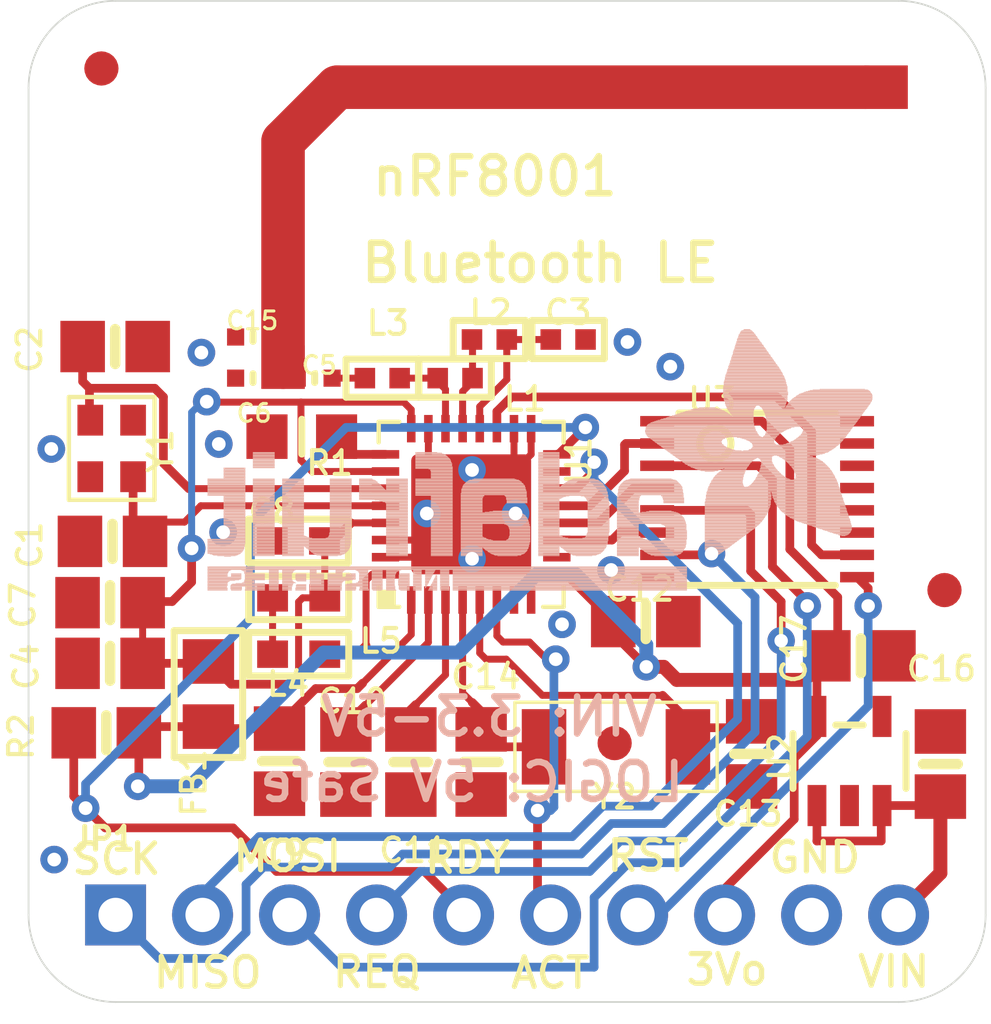
<source format=kicad_pcb>
(kicad_pcb (version 20211014) (generator pcbnew)
  (layers (0 "F.Cu" signal) (31 "B.Cu" signal) (34 "B.Paste" user) (35 "F.Paste" user) (36 "B.SilkS" user "B.Silkscreen") (37 "F.SilkS" user "F.Silkscreen") (38 "B.Mask" user) (39 "F.Mask" user) (44 "Edge.Cuts" user))
  (net 0 "")
  (net 1 "GND")
  (net 2 "MISO")
  (net 3 "VDD")
  (net 4 "AVDD")
  (net 5 "N$4")
  (net 6 "N$7")
  (net 7 "N$8")
  (net 8 "N$9")
  (net 9 "N$10")
  (net 10 "N$22")
  (net 11 "N$23")
  (net 12 "N$11")
  (net 13 "N$12")
  (net 14 "RESET")
  (net 15 "REQN")
  (net 16 "ACTIVE")
  (net 17 "N$5")
  (net 18 "VIN")
  (net 19 "MOSI_5V")
  (net 20 "SCK_5V")
  (net 21 "RDYN")
  (net 22 "RESET_5V")
  (net 23 "N$2")
  (net 24 "N$3")
  (net 25 "N$6")
  (net 26 "N$13")
  (net 27 "REQN_5V")
  (net 28 "MOSI")
  (net 29 "SCK")
  (footprint "boardEagle:0805-NO" (layer "F.Cu") (at 137.0605 100.485)
    (fp_text reference "C2" (at -2.5023 -0.672 90) (layer "F.SilkS") (effects (font (size 0.692831 0.692831) (thickness 0.119969)) (justify right)))
    (fp_text value "15pF")
    (pad "1" smd rect (at -0.95 0) (size 1.3 1.5) (layers "F.Cu" "F.Paste" "F.Mask") (net 9 "N$10"))
    (pad "2" smd rect (at 0.95 0) (size 1.3 1.5) (layers "F.Cu" "F.Paste" "F.Mask") (net 1 "GND"))
  )
  (footprint "boardEagle:0805-NO" (layer "F.Cu") (at 155.6393 112.3702 90)
    (fp_text reference "C13" (at -1.7487 0.9794) (layer "F.SilkS") (effects (font (size 0.692831 0.692831) (thickness 0.119969)) (justify right)))
    (fp_text value "15pF")
    (pad "1" smd rect (at -0.95 0 90) (size 1.3 1.5) (layers "F.Cu" "F.Paste" "F.Mask") (net 1 "GND"))
    (pad "2" smd rect (at 0.95 0 90) (size 1.3 1.5) (layers "F.Cu" "F.Paste" "F.Mask") (net 11 "N$23"))
  )
  (footprint "boardEagle:0805-NO" (layer "F.Cu") (at 152.5507 108.5102)
    (fp_text reference "C12" (at -1.27 -0.9525) (layer "F.SilkS") (effects (font (size 0.692831 0.692831) (thickness 0.119969)) (justify left)))
    (fp_text value "0.1µF")
    (pad "1" smd rect (at -0.95 0) (size 1.3 1.5) (layers "F.Cu" "F.Paste" "F.Mask") (net 3 "VDD"))
    (pad "2" smd rect (at 0.95 0) (size 1.3 1.5) (layers "F.Cu" "F.Paste" "F.Mask") (net 1 "GND"))
  )
  (footprint "" (layer "F.Cu") (at 137.0711 96.7486)
    (fp_text reference "@HOLE0" hide)
    (fp_text value "" (at 0 0) (layer "F.SilkS") (effects (font (size 1.27 1.27))))
    (pad "" np_thru_hole circle (at 0 0) (size 3.2 3.2) (drill 3.2) (layers *.Cu *.Mask))
  )
  (footprint "boardEagle:_0603" (layer "F.Cu") (at 142.4081 106.1568 180)
    (fp_text reference "C8" (at 1.528 0.8629) (layer "F.SilkS") (effects (font (size 0.692831 0.692831) (thickness 0.119969)) (justify left)))
    (fp_text value "1nF")
    (pad "1" smd rect (at -0.762 0 180) (size 0.9 0.8) (layers "F.Cu" "F.Paste" "F.Mask") (net 4 "AVDD"))
    (pad "2" smd rect (at 0.762 0 180) (size 0.9 0.8) (layers "F.Cu" "F.Paste" "F.Mask") (net 1 "GND"))
  )
  (footprint "" (layer "F.Cu") (at 159.9311 96.7486)
    (fp_text reference "@HOLE1" hide)
    (fp_text value "" (at 0 0) (layer "F.SilkS") (effects (font (size 1.27 1.27))))
    (pad "" np_thru_hole circle (at 0 0) (size 3.2 3.2) (drill 3.2) (layers *.Cu *.Mask))
  )
  (footprint "boardEagle:0805-NO" (layer "F.Cu") (at 136.9121 107.9574 180)
    (fp_text reference "C7" (at 2.5487 0.6808 90) (layer "F.SilkS") (effects (font (size 0.692831 0.692831) (thickness 0.119969)) (justify right)))
    (fp_text value "1µF")
    (pad "1" smd rect (at -0.95 0 180) (size 1.3 1.5) (layers "F.Cu" "F.Paste" "F.Mask") (net 4 "AVDD"))
    (pad "2" smd rect (at 0.95 0 180) (size 1.3 1.5) (layers "F.Cu" "F.Paste" "F.Mask") (net 1 "GND"))
  )
  (footprint "boardEagle:_0603" (layer "F.Cu") (at 142.4173 109.4606 180)
    (fp_text reference "L4" (at -0.38 -0.8725) (layer "F.SilkS") (effects (font (size 0.692831 0.692831) (thickness 0.119969)) (justify right)))
    (fp_text value "10µH")
    (pad "1" smd rect (at -0.762 0 180) (size 0.9 0.8) (layers "F.Cu" "F.Paste" "F.Mask") (net 12 "N$11"))
    (pad "2" smd rect (at 0.762 0 180) (size 0.9 0.8) (layers "F.Cu" "F.Paste" "F.Mask") (net 17 "N$5"))
  )
  (footprint "boardEagle:1X10_ROUND70" (layer "F.Cu") (at 148.5011 117.0686)
    (fp_text reference "JP1" (at -12.7762 -1.8288) (layer "F.SilkS") (effects (font (size 0.666496 0.666496) (thickness 0.146304)) (justify left bottom)))
    (fp_text value "")
    (pad "1" thru_hole rect (at -11.43 0 90) (size 1.778 1.778) (drill 1) (layers *.Cu *.Mask) (net 20 "SCK_5V"))
    (pad "2" thru_hole circle (at -8.89 0 90) (size 1.778 1.778) (drill 1) (layers *.Cu *.Mask) (net 2 "MISO"))
    (pad "3" thru_hole circle (at -6.35 0 90) (size 1.778 1.778) (drill 1) (layers *.Cu *.Mask) (net 19 "MOSI_5V"))
    (pad "4" thru_hole circle (at -3.81 0 90) (size 1.778 1.778) (drill 1) (layers *.Cu *.Mask) (net 27 "REQN_5V"))
    (pad "5" thru_hole circle (at -1.27 0 90) (size 1.778 1.778) (drill 1) (layers *.Cu *.Mask) (net 21 "RDYN"))
    (pad "6" thru_hole circle (at 1.27 0 90) (size 1.778 1.778) (drill 1) (layers *.Cu *.Mask) (net 16 "ACTIVE"))
    (pad "7" thru_hole circle (at 3.81 0 90) (size 1.778 1.778) (drill 1) (layers *.Cu *.Mask) (net 22 "RESET_5V"))
    (pad "8" thru_hole circle (at 6.35 0 90) (size 1.778 1.778) (drill 1) (layers *.Cu *.Mask) (net 3 "VDD"))
    (pad "9" thru_hole circle (at 8.89 0 90) (size 1.778 1.778) (drill 1) (layers *.Cu *.Mask) (net 1 "GND"))
    (pad "10" thru_hole circle (at 11.43 0 90) (size 1.778 1.778) (drill 1) (layers *.Cu *.Mask) (net 18 "VIN"))
  )
  (footprint "boardEagle:SOT23-5" (layer "F.Cu") (at 158.4975 112.577)
    (fp_text reference "U2" (at -1.994 0.6512 90) (layer "F.SilkS") (effects (font (size 0.692831 0.692831) (thickness 0.119969)) (justify left)))
    (fp_text value "MIC5225-3.3v")
    (pad "1" smd rect (at -0.95 1.3001) (size 0.55 1.2) (layers "F.Cu" "F.Paste" "F.Mask") (net 18 "VIN"))
    (pad "2" smd rect (at 0 1.3001) (size 0.55 1.2) (layers "F.Cu" "F.Paste" "F.Mask") (net 1 "GND"))
    (pad "3" smd rect (at 0.95 1.3001) (size 0.55 1.2) (layers "F.Cu" "F.Paste" "F.Mask") (net 18 "VIN"))
    (pad "4" smd rect (at 0.95 -1.3001) (size 0.55 1.2) (layers "F.Cu" "F.Paste" "F.Mask"))
    (pad "5" smd rect (at -0.95 -1.3001) (size 0.55 1.2) (layers "F.Cu" "F.Paste" "F.Mask") (net 3 "VDD"))
  )
  (footprint "boardEagle:0805-NO" (layer "F.Cu") (at 136.9121 109.7274 180)
    (fp_text reference "C4" (at 2.4557 0.6638 90) (layer "F.SilkS") (effects (font (size 0.692831 0.692831) (thickness 0.119969)) (justify right)))
    (fp_text value "0.1µF")
    (pad "1" smd rect (at -0.95 0 180) (size 1.3 1.5) (layers "F.Cu" "F.Paste" "F.Mask") (net 4 "AVDD"))
    (pad "2" smd rect (at 0.95 0 180) (size 1.3 1.5) (layers "F.Cu" "F.Paste" "F.Mask") (net 1 "GND"))
  )
  (footprint "boardEagle:FIDUCIAL_1MM" (layer "F.Cu") (at 161.2701 107.5906 -90)
    (fp_text reference "FID2" hide)
    (fp_text value "FIDUCIAL\"\"" hide)
    (pad "1" smd roundrect (at 0 0 270) (size 1 1) (layers "F.Cu" "F.Mask") (roundrect_rratio 0.5))
  )
  (footprint "boardEagle:0805-NO" (layer "F.Cu") (at 161.1509 112.6662 90)
    (fp_text reference "C16" (at 2.7839 1.1143) (layer "F.SilkS") (effects (font (size 0.692831 0.692831) (thickness 0.119969)) (justify right)))
    (fp_text value "10µF")
    (pad "1" smd rect (at -0.95 0 90) (size 1.3 1.5) (layers "F.Cu" "F.Paste" "F.Mask") (net 18 "VIN"))
    (pad "2" smd rect (at 0.95 0 90) (size 1.3 1.5) (layers "F.Cu" "F.Paste" "F.Mask") (net 1 "GND"))
  )
  (footprint "boardEagle:FIDUCIAL_1MM" (layer "F.Cu") (at 136.6581 92.3716 -90)
    (fp_text reference "FID3" hide)
    (fp_text value "FIDUCIAL\"\"" hide)
    (pad "1" smd roundrect (at 0 0 270) (size 1 1) (layers "F.Cu" "F.Mask") (roundrect_rratio 0.5))
  )
  (footprint "boardEagle:FIDUCIAL_1MM" (layer "F.Cu") (at 151.6411 112.0558 -90)
    (fp_text reference "FID1" hide)
    (fp_text value "FIDUCIAL\"\"" hide)
    (pad "1" smd roundrect (at 0 0 270) (size 1 1) (layers "F.Cu" "F.Mask") (roundrect_rratio 0.5))
  )
  (footprint "boardEagle:0805-NO" (layer "F.Cu") (at 147.7439 112.6046 90)
    (fp_text reference "C14" (at 2.4863 1.2212) (layer "F.SilkS") (effects (font (size 0.692831 0.692831) (thickness 0.119969)) (justify right)))
    (fp_text value "15pF")
    (pad "1" smd rect (at -0.95 0 90) (size 1.3 1.5) (layers "F.Cu" "F.Paste" "F.Mask") (net 1 "GND"))
    (pad "2" smd rect (at 0.95 0 90) (size 1.3 1.5) (layers "F.Cu" "F.Paste" "F.Mask") (net 10 "N$22"))
  )
  (footprint "boardEagle:0805-NO" (layer "F.Cu") (at 136.8011 111.7546)
    (fp_text reference "R2" (at -2.4875 -0.646 90) (layer "F.SilkS") (effects (font (size 0.692831 0.692831) (thickness 0.119969)) (justify right)))
    (fp_text value "10K")
    (pad "1" smd rect (at -0.95 0) (size 1.3 1.5) (layers "F.Cu" "F.Paste" "F.Mask") (net 21 "RDYN"))
    (pad "2" smd rect (at 0.95 0) (size 1.3 1.5) (layers "F.Cu" "F.Paste" "F.Mask") (net 3 "VDD"))
  )
  (footprint "boardEagle:_0402" (layer "F.Cu") (at 147.9841 100.2796)
    (fp_text reference "L2" (at -0.6525 -0.7939) (layer "F.SilkS") (effects (font (size 0.692831 0.692831) (thickness 0.119969)) (justify left)))
    (fp_text value "5.6nH")
    (pad "1" smd rect (at -0.508 0) (size 0.6 0.6) (layers "F.Cu" "F.Paste" "F.Mask") (net 24 "N$3"))
    (pad "2" smd rect (at 0.508 0) (size 0.6 0.6) (layers "F.Cu" "F.Paste" "F.Mask") (net 5 "N$4"))
  )
  (footprint "boardEagle:CRYSTAL_4.9X1.8" (layer "F.Cu") (at 151.6801 112.1642 180)
    (fp_text reference "Y2" (at -0.674 -1.454) (layer "F.SilkS") (effects (font (size 0.692831 0.692831) (thickness 0.119969)) (justify right)))
    (fp_text value "FC-255 32.7680K-A3")
    (pad "1" smd rect (at -2.1 0 180) (size 1.3 2.2) (layers "F.Cu" "F.Paste" "F.Mask") (net 11 "N$23"))
    (pad "2" smd rect (at 2.1 0 180) (size 1.3 2.2) (layers "F.Cu" "F.Paste" "F.Mask") (net 10 "N$22"))
  )
  (footprint "boardEagle:_0603" (layer "F.Cu") (at 142.4173 107.8176)
    (fp_text reference "L5" (at 1.71 1.2575) (layer "F.SilkS") (effects (font (size 0.692831 0.692831) (thickness 0.119969)) (justify left)))
    (fp_text value "15nH")
    (pad "1" smd rect (at -0.762 0) (size 0.9 0.8) (layers "F.Cu" "F.Paste" "F.Mask") (net 17 "N$5"))
    (pad "2" smd rect (at 0.762 0) (size 0.9 0.8) (layers "F.Cu" "F.Paste" "F.Mask") (net 4 "AVDD"))
  )
  (footprint "boardEagle:_0402" (layer "F.Cu") (at 144.8571 101.4066 180)
    (fp_text reference "L3" (at -0.8525 1.6061) (layer "F.SilkS") (effects (font (size 0.692831 0.692831) (thickness 0.119969)) (justify right)))
    (fp_text value "3.9nH")
    (pad "1" smd rect (at -0.508 0 180) (size 0.6 0.6) (layers "F.Cu" "F.Paste" "F.Mask") (net 23 "N$2"))
    (pad "2" smd rect (at 0.508 0 180) (size 0.6 0.6) (layers "F.Cu" "F.Paste" "F.Mask") (net 25 "N$6"))
  )
  (footprint "boardEagle:0805" (layer "F.Cu") (at 139.7819 110.6236 90)
    (fp_text reference "FB1" (at -1.542 -0.4291 90) (layer "F.SilkS") (effects (font (size 0.692831 0.692831) (thickness 0.119969)) (justify right)))
    (fp_text value "MMZ1608B121C")
    (pad "1" smd rect (at -0.95 0 90) (size 1.3 1.5) (layers "F.Cu" "F.Paste" "F.Mask") (net 3 "VDD"))
    (pad "2" smd rect (at 0.95 0 90) (size 1.3 1.5) (layers "F.Cu" "F.Paste" "F.Mask") (net 4 "AVDD"))
  )
  (footprint "boardEagle:0805-NO" (layer "F.Cu") (at 136.9821 106.169 180)
    (fp_text reference "C1" (at 2.4181 0.6494 90) (layer "F.SilkS") (effects (font (size 0.692831 0.692831) (thickness 0.119969)) (justify right)))
    (fp_text value "15pF")
    (pad "1" smd rect (at -0.95 0 180) (size 1.3 1.5) (layers "F.Cu" "F.Paste" "F.Mask") (net 8 "N$9"))
    (pad "2" smd rect (at 0.95 0 180) (size 1.3 1.5) (layers "F.Cu" "F.Paste" "F.Mask") (net 1 "GND"))
  )
  (footprint "boardEagle:TSSOP16" (layer "F.Cu") (at 155.8005 104.9384 -90)
    (fp_text reference "U3" (at -2.8956 2.0828) (layer "F.SilkS") (effects (font (size 0.692831 0.692831) (thickness 0.119969)) (justify left)))
    (fp_text value "74HC4050D")
    (pad "1" smd rect (at -2.275 2.9178 270) (size 0.3048 0.9906) (layers "F.Cu" "F.Paste" "F.Mask") (net 3 "VDD"))
    (pad "2" smd rect (at -1.625 2.9178 270) (size 0.3048 0.9906) (layers "F.Cu" "F.Paste" "F.Mask") (net 28 "MOSI"))
    (pad "3" smd rect (at -0.975 2.9178 270) (size 0.3048 0.9906) (layers "F.Cu" "F.Paste" "F.Mask") (net 19 "MOSI_5V"))
    (pad "4" smd rect (at -0.325 2.9178 270) (size 0.3048 0.9906) (layers "F.Cu" "F.Paste" "F.Mask") (net 15 "REQN"))
    (pad "5" smd rect (at 0.325 2.9178 270) (size 0.3048 0.9906) (layers "F.Cu" "F.Paste" "F.Mask") (net 27 "REQN_5V"))
    (pad "6" smd rect (at 0.975 2.9178 270) (size 0.3048 0.9906) (layers "F.Cu" "F.Paste" "F.Mask") (net 29 "SCK"))
    (pad "7" smd rect (at 1.625 2.9178 270) (size 0.3048 0.9906) (layers "F.Cu" "F.Paste" "F.Mask") (net 20 "SCK_5V"))
    (pad "8" smd rect (at 2.275 2.9178 270) (size 0.3048 0.9906) (layers "F.Cu" "F.Paste" "F.Mask") (net 1 "GND"))
    (pad "9" smd rect (at 2.275 -2.9178 270) (size 0.3048 0.9906) (layers "F.Cu" "F.Paste" "F.Mask") (net 22 "RESET_5V"))
    (pad "10" smd rect (at 1.625 -2.9178 270) (size 0.3048 0.9906) (layers "F.Cu" "F.Paste" "F.Mask") (net 14 "RESET"))
    (pad "11" smd rect (at 0.975 -2.9178 270) (size 0.3048 0.9906) (layers "F.Cu" "F.Paste" "F.Mask"))
    (pad "12" smd rect (at 0.325 -2.9178 270) (size 0.3048 0.9906) (layers "F.Cu" "F.Paste" "F.Mask"))
    (pad "13" smd rect (at -0.325 -2.9178 270) (size 0.3048 0.9906) (layers "F.Cu" "F.Paste" "F.Mask"))
    (pad "14" smd rect (at -0.975 -2.9178 270) (size 0.3048 0.9906) (layers "F.Cu" "F.Paste" "F.Mask"))
    (pad "15" smd rect (at -1.625 -2.9178 270) (size 0.3048 0.9906) (layers "F.Cu" "F.Paste" "F.Mask"))
    (pad "16" smd rect (at -2.275 -2.9178 270) (size 0.3048 0.9906) (layers "F.Cu" "F.Paste" "F.Mask"))
  )
  (footprint "boardEagle:_0402" (layer "F.Cu") (at 146.9841 101.4066 180)
    (fp_text reference "L1" (at -1.3475 -0.6061) (layer "F.SilkS") (effects (font (size 0.692831 0.692831) (thickness 0.119969)) (justify left)))
    (fp_text value "8.2nH")
    (pad "1" smd rect (at -0.508 0 180) (size 0.6 0.6) (layers "F.Cu" "F.Paste" "F.Mask") (net 24 "N$3"))
    (pad "2" smd rect (at 0.508 0 180) (size 0.6 0.6) (layers "F.Cu" "F.Paste" "F.Mask") (net 23 "N$2"))
  )
  (footprint "boardEagle:ANT_PCB_2.4GHZ_NRF8001_1.6MM_1OZ" (layer "F.Cu") (at 141.9608 101.0862 -90)
    (fp_text reference "U$28" hide)
    (fp_text value "" hide)
    (fp_line (start -8.1686 -17.0256) (end -8.1686 -1.5799) (layer "F.Cu") (width 1.27))
    (fp_line (start -8.1686 -1.5799) (end -6.5888 0) (layer "F.Cu") (width 1.27))
    (fp_line (start -6.5888 0) (end 0 0) (layer "F.Cu") (width 1.27))
    (pad "FEED" smd rect (at 0 0 270) (size 1.27 1.27) (layers "F.Cu") (net 26 "N$13"))
    (pad "TESTPOINT" smd rect (at -8.1686 -17.6047 270) (size 1.27 1.27) (layers "F.Cu" "F.Mask"))
  )
  (footprint "boardEagle:_0402MP" (layer "F.Cu") (at 142.8841 101.4066)
    (fp_text reference "C5" (at -0.435 -0.3763) (layer "F.SilkS") (effects (font (size 0.519623 0.519623) (thickness 0.089977)) (justify left)))
    (fp_text value "1.8pF")
    (pad "1" smd rect (at -0.508 0) (size 0.5 0.5) (layers "F.Cu" "F.Paste" "F.Mask") (net 26 "N$13"))
    (pad "2" smd rect (at 0.508 0) (size 0.5 0.5) (layers "F.Cu" "F.Paste" "F.Mask") (net 25 "N$6"))
  )
  (footprint "boardEagle:QFN32_5MM" (layer "F.Cu") (at 147.4531 105.3808 90)
    (fp_text reference "U1" (at 2.3384 3.14 90) (layer "F.SilkS") (effects (font (size 0.692831 0.692831) (thickness 0.119969)) (justify right)))
    (fp_text value "nRF8001")
    (pad "1" smd rect (at -2.5 -1.75 180) (size 0.25 0.8) (layers "F.Cu" "F.Paste") (net 3 "VDD"))
    (pad "2" smd rect (at -2.5 -1.25 180) (size 0.25 0.8) (layers "F.Cu" "F.Paste") (net 7 "N$8"))
    (pad "3" smd rect (at -2.5 -0.75 180) (size 0.25 0.8) (layers "F.Cu" "F.Paste") (net 6 "N$7"))
    (pad "4" smd rect (at -2.5 -0.25 180) (size 0.25 0.8) (layers "F.Cu" "F.Paste") (net 10 "N$22"))
    (pad "5" smd rect (at -2.5 0.25 180) (size 0.25 0.8) (layers "F.Cu" "F.Paste") (net 11 "N$23"))
    (pad "6" smd rect (at -2.5 0.75 180) (size 0.25 0.8) (layers "F.Cu" "F.Paste") (net 16 "ACTIVE"))
    (pad "7" smd rect (at -2.5 1.25 180) (size 0.25 0.8) (layers "F.Cu" "F.Paste"))
    (pad "8" smd rect (at -2.5 1.75 180) (size 0.25 0.8) (layers "F.Cu" "F.Paste") (net 1 "GND"))
    (pad "9" smd rect (at -1.75 2.5 270) (size 0.25 0.8) (layers "F.Cu" "F.Paste") (net 3 "VDD"))
    (pad "10" smd rect (at -1.25 2.5 270) (size 0.25 0.8) (layers "F.Cu" "F.Paste"))
    (pad "11" smd rect (at -0.75 2.5 270) (size 0.25 0.8) (layers "F.Cu" "F.Paste") (net 29 "SCK"))
    (pad "12" smd rect (at -0.25 2.5 270) (size 0.25 0.8) (layers "F.Cu" "F.Paste") (net 15 "REQN"))
    (pad "13" smd rect (at 0.25 2.5 270) (size 0.25 0.8) (layers "F.Cu" "F.Paste") (net 28 "MOSI"))
    (pad "14" smd rect (at 0.75 2.5 270) (size 0.25 0.8) (layers "F.Cu" "F.Paste") (net 2 "MISO"))
    (pad "15" smd rect (at 1.25 2.5 270) (size 0.25 0.8) (layers "F.Cu" "F.Paste"))
    (pad "16" smd rect (at 1.75 2.5 270) (size 0.25 0.8) (layers "F.Cu" "F.Paste") (net 21 "RDYN"))
    (pad "17" smd rect (at 2.5 1.75) (size 0.25 0.8) (layers "F.Cu" "F.Paste") (net 1 "GND"))
    (pad "18" smd rect (at 2.5 1.25) (size 0.25 0.8) (layers "F.Cu" "F.Paste") (net 1 "GND"))
    (pad "19" smd rect (at 2.5 0.75) (size 0.25 0.8) (layers "F.Cu" "F.Paste") (net 14 "RESET"))
    (pad "20" smd rect (at 2.5 0.25) (size 0.25 0.8) (layers "F.Cu" "F.Paste") (net 5 "N$4"))
    (pad "21" smd rect (at 2.5 -0.25) (size 0.25 0.8) (layers "F.Cu" "F.Paste") (net 24 "N$3"))
    (pad "22" smd rect (at 2.5 -0.75) (size 0.25 0.8) (layers "F.Cu" "F.Paste") (net 23 "N$2"))
    (pad "23" smd rect (at 2.5 -1.25) (size 0.25 0.8) (layers "F.Cu" "F.Paste") (net 1 "GND"))
    (pad "24" smd rect (at 2.5 -1.75) (size 0.25 0.8) (layers "F.Cu" "F.Paste") (net 4 "AVDD"))
    (pad "25" smd rect (at 1.75 -2.5 90) (size 0.25 0.8) (layers "F.Cu" "F.Paste") (net 13 "N$12"))
    (pad "26" smd rect (at 1.25 -2.5 90) (size 0.25 0.8) (layers "F.Cu" "F.Paste") (net 4 "AVDD"))
    (pad "27" smd rect (at 0.75 -2.5 90) (size 0.25 0.8) (layers "F.Cu" "F.Paste") (net 9 "N$10"))
    (pad "28" smd rect (at 0.25 -2.5 90) (size 0.25 0.8) (layers "F.Cu" "F.Paste") (net 8 "N$9"))
    (pad "29" smd rect (at -0.25 -2.5 90) (size 0.25 0.8) (layers "F.Cu" "F.Paste") (net 4 "AVDD"))
    (pad "30" smd rect (at -0.75 -2.5 90) (size 0.25 0.8) (layers "F.Cu" "F.Paste") (net 1 "GND"))
    (pad "31" smd rect (at -1.25 -2.5 90) (size 0.25 0.8) (layers "F.Cu" "F.Paste") (net 1 "GND"))
    (pad "32" smd rect (at -1.75 -2.5 90) (size 0.25 0.8) (layers "F.Cu" "F.Paste") (net 12 "N$11"))
    (pad "33" smd roundrect (at 0 0 90) (size 3.5 3.5) (layers "F.Cu" "F.Mask") (roundrect_rratio 0.05) (net 1 "GND"))
  )
  (footprint "boardEagle:_0402" (layer "F.Cu") (at 150.2841 100.2796)
    (fp_text reference "C3" (at -0.7525 -0.7939) (layer "F.SilkS") (effects (font (size 0.692831 0.692831) (thickness 0.119969)) (justify left)))
    (fp_text value "2.2nF")
    (pad "1" smd rect (at -0.508 0) (size 0.6 0.6) (layers "F.Cu" "F.Paste" "F.Mask") (net 5 "N$4"))
    (pad "2" smd rect (at 0.508 0) (size 0.6 0.6) (layers "F.Cu" "F.Paste" "F.Mask") (net 1 "GND"))
  )
  (footprint "boardEagle:0805-NO" (layer "F.Cu") (at 145.6921 112.6078 -90)
    (fp_text reference "C11" (at 2.5763 0.9948) (layer "F.SilkS") (effects (font (size 0.692831 0.692831) (thickness 0.119969)) (justify left)))
    (fp_text value "33nF")
    (pad "1" smd rect (at -0.95 0 270) (size 1.3 1.5) (layers "F.Cu" "F.Paste" "F.Mask") (net 6 "N$7"))
    (pad "2" smd rect (at 0.95 0 270) (size 1.3 1.5) (layers "F.Cu" "F.Paste" "F.Mask") (net 1 "GND"))
  )
  (footprint "boardEagle:_0805MP" (layer "F.Cu") (at 142.5081 103.1138 180)
    (fp_text reference "R1" (at -1.5675 -0.7725) (layer "F.SilkS") (effects (font (size 0.692831 0.692831) (thickness 0.119969)) (justify right)))
    (fp_text value "22K")
    (pad "1" smd rect (at -1.016 0 180) (size 1.2 1.3) (layers "F.Cu" "F.Paste" "F.Mask") (net 13 "N$12"))
    (pad "2" smd rect (at 1.016 0 180) (size 1.2 1.3) (layers "F.Cu" "F.Paste" "F.Mask") (net 1 "GND"))
  )
  (footprint "boardEagle:_0402MP" (layer "F.Cu") (at 141.0841 101.4066)
    (fp_text reference "C6" (at -0.535 1.0237) (layer "F.SilkS") (effects (font (size 0.519623 0.519623) (thickness 0.089977)) (justify left)))
    (fp_text value "1.2pF")
    (pad "1" smd rect (at -0.508 0) (size 0.5 0.5) (layers "F.Cu" "F.Paste" "F.Mask") (net 1 "GND"))
    (pad "2" smd rect (at 0.508 0) (size 0.5 0.5) (layers "F.Cu" "F.Paste" "F.Mask") (net 26 "N$13"))
  )
  (footprint "boardEagle:CRYSTAL_2.5X2" (layer "F.Cu") (at 136.9583 103.4576 -90)
    (fp_text reference "Y1" (at -0.632 -1.428 90) (layer "F.SilkS") (effects (font (size 0.692831 0.692831) (thickness 0.119969)) (justify right)))
    (fp_text value "16MHz")
    (pad "1" smd rect (at -0.825 0.625 270) (size 0.9 0.75) (layers "F.Cu" "F.Paste" "F.Mask") (net 9 "N$10"))
    (pad "2" smd rect (at 0.825 0.625 270) (size 0.9 0.75) (layers "F.Cu" "F.Paste" "F.Mask"))
    (pad "3" smd rect (at 0.825 -0.625 270) (size 0.9 0.75) (layers "F.Cu" "F.Paste" "F.Mask") (net 8 "N$9"))
    (pad "4" smd rect (at -0.825 -0.625 270) (size 0.9 0.75) (layers "F.Cu" "F.Paste" "F.Mask"))
  )
  (footprint "boardEagle:0805-NO" (layer "F.Cu") (at 141.8571 112.5814 -90)
    (fp_text reference "C9" (at 2.6627 0.6587) (layer "F.SilkS") (effects (font (size 0.692831 0.692831) (thickness 0.119969)) (justify left)))
    (fp_text value "10µF")
    (pad "1" smd rect (at -0.95 0 270) (size 1.3 1.5) (layers "F.Cu" "F.Paste" "F.Mask") (net 3 "VDD"))
    (pad "2" smd rect (at 0.95 0 270) (size 1.3 1.5) (layers "F.Cu" "F.Paste" "F.Mask") (net 1 "GND"))
  )
  (footprint "boardEagle:0805-NO" (layer "F.Cu") (at 143.7951 112.6078 -90)
    (fp_text reference "C10" (at -1.7707 0.8918) (layer "F.SilkS") (effects (font (size 0.692831 0.692831) (thickness 0.119969)) (justify left)))
    (fp_text value "0.1uF")
    (pad "1" smd rect (at -0.95 0 270) (size 1.3 1.5) (layers "F.Cu" "F.Paste" "F.Mask") (net 7 "N$8"))
    (pad "2" smd rect (at 0.95 0 270) (size 1.3 1.5) (layers "F.Cu" "F.Paste" "F.Mask") (net 1 "GND"))
  )
  (footprint "boardEagle:0805-NO" (layer "F.Cu") (at 158.8301 109.5086)
    (fp_text reference "C17" (at -1.9525 0.8875 90) (layer "F.SilkS") (effects (font (size 0.692831 0.692831) (thickness 0.119969)) (justify left)))
    (fp_text value "10µF")
    (pad "1" smd rect (at -0.95 0) (size 1.3 1.5) (layers "F.Cu" "F.Paste" "F.Mask") (net 3 "VDD"))
    (pad "2" smd rect (at 0.95 0) (size 1.3 1.5) (layers "F.Cu" "F.Paste" "F.Mask") (net 1 "GND"))
  )
  (footprint "boardEagle:_0402MP" (layer "F.Cu") (at 141.0841 100.2066)
    (fp_text reference "C15" (at -0.835 -0.4763) (layer "F.SilkS") (effects (font (size 0.519623 0.519623) (thickness 0.089977)) (justify left)))
    (fp_text value "1.5pF")
    (pad "1" smd rect (at -0.508 0) (size 0.5 0.5) (layers "F.Cu" "F.Paste" "F.Mask") (net 1 "GND"))
    (pad "2" smd rect (at 0.508 0) (size 0.5 0.5) (layers "F.Cu" "F.Paste" "F.Mask") (net 26 "N$13"))
  )
  (footprint "boardEagle:ADAFRUIT_TEXT_20MM" (layer "B.Cu") (at 159.3271 107.5966 180)
    (fp_text reference "U$22" hide)
    (fp_text value "" hide)
  )
  (gr_arc (start 137.0711 119.6086) (mid 135.275049 118.864651) (end 134.5311 117.0686) (layer "Edge.Cuts") (width 0.05))
  (gr_line (start 159.9311 119.6086) (end 137.0711 119.6086) (layer "Edge.Cuts") (width 0.05))
  (gr_arc (start 134.5311 92.9386) (mid 135.275049 91.142549) (end 137.0711 90.3986) (layer "Edge.Cuts") (width 0.05))
  (gr_arc (start 162.4711 117.0686) (mid 161.727151 118.864651) (end 159.9311 119.6086) (layer "Edge.Cuts") (width 0.05))
  (gr_arc (start 159.9311 90.3986) (mid 161.727151 91.142549) (end 162.4711 92.9386) (layer "Edge.Cuts") (width 0.05))
  (gr_line (start 162.4711 92.9386) (end 162.4711 117.0686) (layer "Edge.Cuts") (width 0.05))
  (gr_line (start 134.5311 117.0686) (end 134.5311 92.9386) (layer "Edge.Cuts") (width 0.05))
  (gr_line (start 137.0711 90.3986) (end 159.9311 90.3986) (layer "Edge.Cuts") (width 0.05))
  (gr_text "LOGIC: 5V Safe" (at 141.1751 112.5616) (layer "B.SilkS") (effects (font (size 1.0795 1.0795) (thickness 0.1905)) (justify right top mirror)))
  (gr_text "VIN: 3.3-5V" (at 142.9671 110.6516) (layer "B.SilkS") (effects (font (size 1.0795 1.0795) (thickness 0.1905)) (justify right top mirror)))
  (gr_text "nRF8001" (at 144.4731 96.1526) (layer "F.SilkS") (effects (font (size 1.0795 1.0795) (thickness 0.1905)) (justify left bottom)))
  (gr_text "ACT" (at 149.7631 118.7622) (layer "F.SilkS") (effects (font (size 0.8636 0.8636) (thickness 0.1524))))
  (gr_text "3Vo" (at 154.9231 118.6676) (layer "F.SilkS") (effects (font (size 0.8636 0.8636) (thickness 0.1524))))
  (gr_text "SCK" (at 137.0977 115.4372) (layer "F.SilkS") (effects (font (size 0.8636 0.8636) (thickness 0.1524))))
  (gr_text "VIN" (at 159.7891 118.7246) (layer "F.SilkS") (effects (font (size 0.8636 0.8636) (thickness 0.1524))))
  (gr_text "REQ" (at 144.7015 118.7346) (layer "F.SilkS") (effects (font (size 0.8636 0.8636) (thickness 0.1524))))
  (gr_text "MISO" (at 139.7621 118.7546) (layer "F.SilkS") (effects (font (size 0.8636 0.8636) (thickness 0.1524))))
  (gr_text "RST" (at 152.6171 115.3456) (layer "F.SilkS") (effects (font (size 0.8636 0.8636) (thickness 0.1524))))
  (gr_text "RDY" (at 147.3501 115.4026) (layer "F.SilkS") (effects (font (size 0.8636 0.8636) (thickness 0.1524))))
  (gr_text "Bluetooth LE" (at 144.1511 98.6766) (layer "F.SilkS") (effects (font (size 1.0795 1.0795) (thickness 0.1905)) (justify left bottom)))
  (gr_text "MOSI" (at 142.0865 115.3556) (layer "F.SilkS") (effects (font (size 0.8636 0.8636) (thickness 0.1524))))
  (gr_text "GND" (at 157.4861 115.3926) (layer "F.SilkS") (effects (font (size 0.8636 0.8636) (thickness 0.1524))))
  (segment (start 146.7031 106.1308) (end 147.4531 105.3808) (width 0.2032) (layer "F.Cu") (net 1))
  (segment (start 146.0083 106.6308) (end 146.0841 106.7066) (width 0.2032) (layer "F.Cu") (net 1))
  (segment (start 146.0841 106.1308) (end 146.7031 106.1308) (width 0.2032) (layer "F.Cu") (net 1))
  (segment (start 149.2031 102.8808) (end 149.2031 103.6308) (width 0.2032) (layer "F.Cu") (net 1))
  (segment (start 149.2031 103.6308) (end 147.4531 105.3808) (width 0.2032) (layer "F.Cu") (net 1))
  (segment (start 149.2031 107.1308) (end 147.4531 105.3808) (width 0.2032) (layer "F.Cu") (net 1))
  (segment (start 149.2031 107.8808) (end 149.2031 107.1308) (width 0.2032) (layer "F.Cu") (net 1))
  (segment (start 148.7031 105.31) (end 148.7485 105.3554) (width 0.2032) (layer "F.Cu") (net 1))
  (segment (start 144.9531 106.6308) (end 146.0083 106.6308) (width 0.2032) (layer "F.Cu") (net 1))
  (segment (start 147.2997 103.9066) (end 147.4785 104.0854) (width 0.2032) (layer "F.Cu") (net 1))
  (segment (start 146.2031 102.8808) (end 146.2031 103.8256) (width 0.2032) (layer "F.Cu") (net 1))
  (segment (start 144.9531 106.1308) (end 146.0841 106.1308) (width 0.2032) (layer "F.Cu") (net 1))
  (segment (start 146.0841 106.7066) (end 146.0841 106.1308) (width 0.2032) (layer "F.Cu") (net 1))
  (segment (start 146.2031 103.8256) (end 146.2841 103.9066) (width 0.2032) (layer "F.Cu") (net 1))
  (segment (start 148.7031 102.8808) (end 148.7031 105.31) (width 0.2032) (layer "F.Cu") (net 1))
  (segment (start 146.2841 103.9066) (end 147.2997 103.9066) (width 0.2032) (layer "F.Cu") (net 1))
  (via (at 150.1057 108.5892) (size 0.8064) (drill 0.4) (layers "F.Cu" "B.Cu") (net 1))
  (via (at 135.1957 103.4724) (size 0.8064) (drill 0.4) (layers "F.Cu" "B.Cu") (net 1))
  (via (at 147.4785 104.0854) (size 0.8064) (drill 0.4) (layers "F.Cu" "B.Cu") (net 1))
  (via (at 148.7485 105.3554) (size 0.8064) (drill 0.4) (layers "F.Cu" "B.Cu") (net 1))
  (via (at 152.0155 100.3516) (size 0.8064) (drill 0.4) (layers "F.Cu" "B.Cu") (net 1))
  (via (at 135.2797 115.4534) (size 0.8064) (drill 0.4) (layers "F.Cu" "B.Cu") (net 1))
  (via (at 139.5767 100.6614) (size 0.8064) (drill 0.4) (layers "F.Cu" "B.Cu") (net 1))
  (via (at 153.2663 101.0706) (size 0.8064) (drill 0.4) (layers "F.Cu" "B.Cu") (net 1))
  (via (at 147.4785 106.6762) (size 0.8064) (drill 0.4) (layers "F.Cu" "B.Cu") (net 1))
  (via (at 151.5387 107.0032) (size 0.8064) (drill 0.4) (layers "F.Cu" "B.Cu") (net 1))
  (via (at 146.1577 105.3554) (size 0.8064) (drill 0.4) (layers "F.Cu" "B.Cu") (net 1))
  (via (at 140.2117 105.9014) (size 0.8064) (drill 0.4) (layers "F.Cu" "B.Cu") (net 1))
  (via (at 140.0847 103.3284) (size 0.8064) (drill 0.4) (layers "F.Cu" "B.Cu") (net 1))
  (segment (start 149.9531 104.6308) (end 150.5249 104.6308) (width 0.254) (layer "F.Cu") (net 2))
  (segment (start 151.0411 104.1146) (end 151.0411 103.8606) (width 0.254) (layer "F.Cu") (net 2))
  (segment (start 150.5249 104.6308) (end 151.0411 104.1146) (width 0.254) (layer "F.Cu") (net 2))
  (via (at 151.0411 103.8606) (size 0.8001) (drill 0.3937) (layers "F.Cu" "B.Cu") (net 2))
  (segment (start 150.4061 114.7826) (end 141.2621 114.7826) (width 0.254) (layer "B.Cu") (net 2))
  (segment (start 139.6111 116.4336) (end 139.6111 117.0686) (width 0.254) (layer "B.Cu") (net 2))
  (segment (start 151.0411 104.3686) (end 155.2321 108.5596) (width 0.254) (layer "B.Cu") (net 2))
  (segment (start 151.2951 113.8936) (end 150.4061 114.7826) (width 0.254) (layer "B.Cu") (net 2))
  (segment (start 152.6921 113.8936) (end 151.2951 113.8936) (width 0.254) (layer "B.Cu") (net 2))
  (segment (start 155.2321 111.3536) (end 152.6921 113.8936) (width 0.254) (layer "B.Cu") (net 2))
  (segment (start 151.0411 104.3686) (end 151.0411 103.8606) (width 0.254) (layer "B.Cu") (net 2))
  (segment (start 141.2621 114.7826) (end 139.6111 116.4336) (width 0.254) (layer "B.Cu") (net 2))
  (segment (start 155.2321 108.5596) (end 155.2321 111.3536) (width 0.254) (layer "B.Cu") (net 2))
  (segment (start 156.7561 106.4006) (end 158.1531 107.7976) (width 0.254) (layer "F.Cu") (net 3))
  (segment (start 149.9531 107.1308) (end 150.2393 107.1308) (width 0.2032) (layer "F.Cu") (net 3))
  (segment (start 155.9399 102.6634) (end 156.7561 103.4796) (width 0.254) (layer "F.Cu") (net 3))
  (segment (start 157.5475 111.2769) (end 157.5475 109.8412) (width 0.254) (layer "F.Cu") (net 3))
  (segment (start 139.8397 111.6314) (end 139.7819 111.5736) (width 0.254) (layer "F.Cu") (net 3))
  (segment (start 157.1781 110.2106) (end 157.8801 109.5086) (width 0.4064) (layer "F.Cu") (net 3))
  (segment (start 150.2393 107.1308) (end 150.2393 107.1488) (width 0.254) (layer "F.Cu") (net 3))
  (segment (start 144.1261 110.4646) (end 142.9131 110.4646) (width 0.254) (layer "F.Cu") (net 3))
  (segment (start 156.7561 103.4796) (end 156.7561 106.4006) (width 0.254) (layer "F.Cu") (net 3))
  (segment (start 156.8831 114.2746) (end 156.8831 112.4966) (width 0.254) (layer "F.Cu") (net 3))
  (segment (start 158.1531 109.2966) (end 158.0921 109.2966) (width 0.4064) (layer "F.Cu") (net 3))
  (segment (start 137.9321 111.5736) (end 137.7511 111.7546) (width 0.254) (layer "F.Cu") (net 3))
  (segment (start 157.5475 109.8412) (end 157.8801 109.5086) (width 0.254) (layer "F.Cu") (net 3))
  (segment (start 157.1781 110.2106) (end 153.4541 110.2106) (width 0.4064) (layer "F.Cu") (net 3))
  (segment (start 158.0921 109.2966) (end 157.8801 109.5086) (width 0.4064) (layer "F.Cu") (net 3))
  (segment (start 141.8571 111.5206) (end 141.8041 111.5736) (width 0.254) (layer "F.Cu") (net 3))
  (segment (start 152.8827 102.6634) (end 155.9399 102.6634) (width 0.254) (layer "F.Cu") (net 3))
  (segment (start 144.2841 110.3066) (end 144.1261 110.4646) (width 0.254) (layer "F.Cu") (net 3))
  (segment (start 142.9131 110.4646) (end 141.8571 111.5206) (width 0.254) (layer "F.Cu") (net 3))
  (segment (start 157.5475 111.8322) (end 157.5475 111.2769) (width 0.254) (layer "F.Cu") (net 3))
  (segment (start 153.0731 109.8296) (end 152.5651 109.8296) (width 0.4064) (layer "F.Cu") (net 3))
  (segment (start 141.8571 111.6314) (end 139.8397 111.6314) (width 0.254) (layer "F.Cu") (net 3))
  (segment (start 141.8571 111.5206) (end 141.8571 111.6314) (width 0.254) (layer "F.Cu") (net 3))
  (segment (start 154.8511 116.3066) (end 154.8511 117.0686) (width 0.254) (layer "F.Cu") (net 3))
  (segment (start 151.6007 108.8652) (end 151.6007 108.5102) (width 0.254) (layer "F.Cu") (net 3))
  (segment (start 145.7031 108.8876) (end 144.2841 110.3066) (width 0.2032) (layer "F.Cu") (net 3))
  (segment (start 153.4541 110.2106) (end 153.0731 109.8296) (width 0.4064) (layer "F.Cu") (net 3))
  (segment (start 156.8831 112.4966) (end 157.5475 111.8322) (width 0.254) (layer "F.Cu") (net 3))
  (segment (start 137.7511 113.2836) (end 137.7201 113.3146) (width 0.254) (layer "F.Cu") (net 3))
  (segment (start 139.7819 111.5736) (end 137.9321 111.5736) (width 0.254) (layer "F.Cu") (net 3))
  (segment (start 137.7511 111.7546) (end 137.7511 113.2836) (width 0.254) (layer "F.Cu") (net 3))
  (segment (start 156.8831 114.2746) (end 154.8511 116.3066) (width 0.254) (layer "F.Cu") (net 3))
  (segment (start 158.1531 107.7976) (end 158.1531 109.2966) (width 0.254) (layer "F.Cu") (net 3))
  (segment (start 152.5651 109.8296) (end 151.6007 108.8652) (width 0.254) (layer "F.Cu") (net 3))
  (segment (start 150.2393 107.1488) (end 151.6007 108.5102) (width 0.254) (layer "F.Cu") (net 3))
  (segment (start 145.7031 107.8808) (end 145.7031 108.8876) (width 0.2032) (layer "F.Cu") (net 3))
  (via (at 152.5651 109.8296) (size 0.8001) (drill 0.3937) (layers "F.Cu" "B.Cu") (net 3))
  (via (at 137.7201 113.3146) (size 0.8064) (drill 0.4) (layers "F.Cu" "B.Cu") (net 3))
  (segment (start 150.5083 107.1308) (end 149.3599 107.1308) (width 0.4064) (layer "B.Cu") (net 3))
  (segment (start 147.0781 109.4126) (end 149.3599 107.1308) (width 0.4064) (layer "B.Cu") (net 3))
  (segment (start 143.1471 109.4126) (end 139.2451 113.3146) (width 0.4064) (layer "B.Cu") (net 3))
  (segment (start 150.5083 107.1308) (end 152.5651 109.1876) (width 0.4064) (layer "B.Cu") (net 3))
  (segment (start 143.1471 109.4126) (end 147.0781 109.4126) (width 0.4064) (layer "B.Cu") (net 3))
  (segment (start 139.2451 113.3146) (end 137.7201 113.3146) (width 0.4064) (layer "B.Cu") (net 3))
  (segment (start 152.5651 109.1876) (end 152.5651 109.8296) (width 0.4064) (layer "B.Cu") (net 3))
  (segment (start 142.4841 103.8066) (end 142.4841 102.1066) (width 0.2032) (layer "F.Cu") (net 4))
  (segment (start 137.8621 109.7274) (end 139.7819 109.7274) (width 0.254) (layer "F.Cu") (net 4))
  (segment (start 140.4459 110.3376) (end 139.7819 109.6736) (width 0.254) (layer "F.Cu") (net 4))
  (segment (start 142.8083 104.1308) (end 142.4841 103.8066) (width 0.2032) (layer "F.Cu") (net 4))
  (segment (start 145.7031 102.3256) (end 145.4841 102.1066) (width 0.2032) (layer "F.Cu") (net 4))
  (segment (start 142.2181 110.3376) (end 140.4459 110.3376) (width 0.254) (layer "F.Cu") (net 4))
  (segment (start 145.7031 102.8808) (end 145.7031 102.3256) (width 0.2032) (layer "F.Cu") (net 4))
  (segment (start 139.7477 102.1066) (end 139.7333 102.0922) (width 0.2032) (layer "F.Cu") (net 4))
  (segment (start 145.4841 102.1066) (end 142.4841 102.1066) (width 0.2032) (layer "F.Cu") (net 4))
  (segment (start 142.4841 102.1066) (end 139.7477 102.1066) (width 0.2032) (layer "F.Cu") (net 4))
  (segment (start 143.1793 106.166) (end 143.1701 106.1568) (width 0.2032) (layer "F.Cu") (net 4))
  (segment (start 137.8949 107.9246) (end 137.8621 107.9574) (width 0.254) (layer "F.Cu") (net 4))
  (segment (start 143.9501 105.6308) (end 143.4241 106.1568) (width 0.254) (layer "F.Cu") (net 4))
  (segment (start 144.9531 105.6308) (end 143.9501 105.6308) (width 0.2032) (layer "F.Cu") (net 4))
  (segment (start 142.4141 110.1416) (end 142.2181 110.3376) (width 0.254) (layer "F.Cu") (net 4))
  (segment (start 137.8621 107.9574) (end 137.8621 109.7274) (width 0.2032) (layer "F.Cu") (net 4))
  (segment (start 143.4241 106.1568) (end 143.1701 106.1568) (width 0.254) (layer "F.Cu") (net 4))
  (segment (start 142.5341 107.8166) (end 143.1783 107.8166) (width 0.2032) (layer "F.Cu") (net 4))
  (segment (start 138.7221 107.9246) (end 137.8949 107.9246) (width 0.254) (layer "F.Cu") (net 4))
  (segment (start 142.4141 110.1416) (end 142.4141 107.9366) (width 0.2032) (layer "F.Cu") (net 4))
  (segment (start 143.1793 107.8176) (end 143.1793 106.166) (width 0.2032) (layer "F.Cu") (net 4))
  (segment (start 139.7819 109.7274) (end 139.7819 109.6736) (width 0.254) (layer "F.Cu") (net 4))
  (segment (start 139.2921 107.3546) (end 138.7221 107.9246) (width 0.254) (layer "F.Cu") (net 4))
  (segment (start 144.9531 104.1308) (end 142.8083 104.1308) (width 0.2032) (layer "F.Cu") (net 4))
  (segment (start 142.4141 107.9366) (end 142.5341 107.8166) (width 0.2032) (layer "F.Cu") (net 4))
  (segment (start 139.2921 106.3716) (end 139.2921 107.3546) (width 0.254) (layer "F.Cu") (net 4))
  (segment (start 143.1783 107.8166) (end 143.1793 107.8176) (width 0.2032) (layer "F.Cu") (net 4))
  (via (at 139.2921 106.3716) (size 0.8064) (drill 0.4) (layers "F.Cu" "B.Cu") (net 4))
  (via (at 139.7333 102.0922) (size 0.8064) (drill 0.4) (layers "F.Cu" "B.Cu") (net 4))
  (segment (start 139.7189 102.1066) (end 139.7333 102.0922) (width 0.2032) (layer "B.Cu") (net 4))
  (segment (start 139.5921 102.1066) (end 139.7189 102.1066) (width 0.2032) (layer "B.Cu") (net 4))
  (segment (start 139.2921 102.4066) (end 139.5921 102.1066) (width 0.2032) (layer "B.Cu") (net 4))
  (segment (start 139.2921 106.3716) (end 139.2921 102.4066) (width 0.2032) (layer "B.Cu") (net 4))
  (segment (start 148.4921 100.2796) (end 148.4921 101.4478) (width 0.2032) (layer "F.Cu") (net 5))
  (segment (start 148.4921 101.4478) (end 147.7031 102.2368) (width 0.2032) (layer "F.Cu") (net 5))
  (segment (start 147.7031 102.8808) (end 147.7031 102.2368) (width 0.2032) (layer "F.Cu") (net 5))
  (segment (start 148.4921 100.2796) (end 149.7761 100.2796) (width 0.2032) (layer "F.Cu") (net 5))
  (segment (start 146.7031 107.8808) (end 146.7031 110.0628) (width 0.2032) (layer "F.Cu") (net 6))
  (segment (start 145.8341 110.9318) (end 145.6921 111.0738) (width 0.254) (layer "F.Cu") (net 6))
  (segment (start 145.6921 111.0738) (end 145.6921 111.6578) (width 0.254) (layer "F.Cu") (net 6))
  (segment (start 146.7031 110.0628) (end 145.8341 110.9318) (width 0.2032) (layer "F.Cu") (net 6))
  (segment (start 146.2031 109.1146) (end 144.3681 110.9496) (width 0.2032) (layer "F.Cu") (net 7))
  (segment (start 143.7951 111.5226) (end 143.7951 111.6578) (width 0.254) (layer "F.Cu") (net 7))
  (segment (start 144.3681 110.9496) (end 143.7951 111.5226) (width 0.254) (layer "F.Cu") (net 7))
  (segment (start 146.2031 107.8808) (end 146.2031 109.1146) (width 0.2032) (layer "F.Cu") (net 7))
  (segment (start 137.5833 104.2826) (end 137.5833 105.8202) (width 0.254) (layer "F.Cu") (net 8))
  (segment (start 138.1795 105.9216) (end 137.9321 106.169) (width 0.254) (layer "F.Cu") (net 8))
  (segment (start 144.9531 105.1308) (end 139.5599 105.1308) (width 0.2032) (layer "F.Cu") (net 8))
  (segment (start 139.5599 105.1308) (end 139.0841 105.6066) (width 0.2032) (layer "F.Cu") (net 8))
  (segment (start 137.5833 105.8202) (end 137.9321 106.169) (width 0.254) (layer "F.Cu") (net 8))
  (segment (start 138.1795 105.6066) (end 138.1795 105.9216) (width 0.254) (layer "F.Cu") (net 8))
  (segment (start 139.0841 105.6066) (end 138.1795 105.6066) (width 0.2032) (layer "F.Cu") (net 8))
  (segment (start 138.4681 103.8906) (end 138.4681 101.9556) (width 0.254) (layer "F.Cu") (net 9))
  (segment (start 138.4681 101.9556) (end 138.2141 101.7016) (width 0.254) (layer "F.Cu") (net 9))
  (segment (start 136.3333 102.6326) (end 136.3091 102.6084) (width 0.254) (layer "F.Cu") (net 9))
  (segment (start 138.2141 101.7016) (end 136.3091 101.7016) (width 0.254) (layer "F.Cu") (net 9))
  (segment (start 136.3091 102.6084) (end 136.3091 101.7016) (width 0.254) (layer "F.Cu") (net 9))
  (segment (start 139.2083 104.6308) (end 138.4681 103.8906) (width 0.254) (layer "F.Cu") (net 9))
  (segment (start 144.9531 104.6308) (end 139.2083 104.6308) (width 0.2032) (layer "F.Cu") (net 9))
  (segment (start 136.1105 101.503) (end 136.1105 100.485) (width 0.254) (layer "F.Cu") (net 9))
  (segment (start 136.3091 101.7016) (end 136.1105 101.503) (width 0.254) (layer "F.Cu") (net 9))
  (segment (start 147.2031 110.5876) (end 147.4841 110.8686) (width 0.2032) (layer "F.Cu") (net 10))
  (segment (start 148.2535 112.1642) (end 149.5801 112.1642) (width 0.254) (layer "F.Cu") (net 10))
  (segment (start 147.7439 111.1284) (end 147.7439 111.6546) (width 0.254) (layer "F.Cu") (net 10))
  (segment (start 147.4841 110.8686) (end 147.7439 111.1284) (width 0.254) (layer "F.Cu") (net 10))
  (segment (start 147.2031 107.8808) (end 147.2031 110.5876) (width 0.2032) (layer "F.Cu") (net 10))
  (segment (start 147.7439 111.6546) (end 148.2535 112.1642) (width 0.254) (layer "F.Cu") (net 10))
  (segment (start 153.0411 110.6606) (end 153.7801 111.3996) (width 0.254) (layer "F.Cu") (net 11))
  (segment (start 149.5301 110.6606) (end 153.0411 110.6606) (width 0.2032) (layer "F.Cu") (net 11))
  (segment (start 155.6393 111.4202) (end 155.4519 111.6076) (width 0.254) (layer "F.Cu") (net 11))
  (segment (start 147.7031 109.4256) (end 147.8841 109.6066) (width 0.2032) (layer "F.Cu") (net 11))
  (segment (start 147.8841 109.6066) (end 148.4761 109.6066) (width 0.2032) (layer "F.Cu") (net 11))
  (segment (start 148.4761 109.6066) (end 149.5301 110.6606) (width 0.2032) (layer "F.Cu") (net 11))
  (segment (start 147.7031 107.8808) (end 147.7031 109.4256) (width 0.2032) (layer "F.Cu") (net 11))
  (segment (start 153.7801 111.6076) (end 153.7801 112.1642) (width 0.254) (layer "F.Cu") (net 11))
  (segment (start 155.4519 111.6076) (end 153.7801 111.6076) (width 0.254) (layer "F.Cu") (net 11))
  (segment (start 153.7801 111.3996) (end 153.7801 111.6076) (width 0.254) (layer "F.Cu") (net 11))
  (segment (start 144.1301 109.4606) (end 143.1793 109.4606) (width 0.254) (layer "F.Cu") (net 12))
  (segment (start 144.3841 109.2066) (end 144.1301 109.4606) (width 0.254) (layer "F.Cu") (net 12))
  (segment (start 144.3841 107.3066) (end 144.3841 109.2066) (width 0.2032) (layer "F.Cu") (net 12))
  (segment (start 144.9531 107.1308) (end 144.5599 107.1308) (width 0.2032) (layer "F.Cu") (net 12))
  (segment (start 144.5599 107.1308) (end 144.3841 107.3066) (width 0.2032) (layer "F.Cu") (net 12))
  (segment (start 144.0411 103.6308) (end 143.5241 103.1138) (width 0.254) (layer "F.Cu") (net 13))
  (segment (start 144.9531 103.6308) (end 144.0411 103.6308) (width 0.254) (layer "F.Cu") (net 13))
  (segment (start 148.2031 102.8808) (end 148.2031 102.3806) (width 0.254) (layer "F.Cu") (net 14))
  (segment (start 157.3911 106.2736) (end 157.6809 106.5634) (width 0.254) (layer "F.Cu") (net 14))
  (segment (start 148.2031 102.3806) (end 148.6281 101.9556) (width 0.254) (layer "F.Cu") (net 14))
  (segment (start 157.3911 102.9716) (end 157.3911 106.2736) (width 0.254) (layer "F.Cu") (net 14))
  (segment (start 148.6281 101.9556) (end 156.3751 101.9556) (width 0.254) (layer "F.Cu") (net 14))
  (segment (start 156.3751 101.9556) (end 157.3911 102.9716) (width 0.254) (layer "F.Cu") (net 14))
  (segment (start 157.6809 106.5634) (end 158.7183 106.5634) (width 0.254) (layer "F.Cu") (net 14))
  (segment (start 151.1759 105.6308) (end 152.1841 104.6226) (width 0.254) (layer "F.Cu") (net 15))
  (segment (start 152.1841 104.6226) (end 152.8735 104.6226) (width 0.254) (layer "F.Cu") (net 15))
  (segment (start 149.9531 105.6308) (end 151.1759 105.6308) (width 0.254) (layer "F.Cu") (net 15))
  (segment (start 152.8735 104.6226) (end 152.8827 104.6134) (width 0.254) (layer "F.Cu") (net 15))
  (segment (start 149.1571 109.1066) (end 149.6571 109.6066) (width 0.2032) (layer "F.Cu") (net 16))
  (segment (start 148.2031 107.8808) (end 148.2031 108.9256) (width 0.2032) (layer "F.Cu") (net 16))
  (segment (start 149.3901 116.6876) (end 149.3901 114.0206) (width 0.254) (layer "F.Cu") (net 16))
  (segment (start 148.2031 108.9256) (end 148.3841 109.1066) (width 0.2032) (layer "F.Cu") (net 16))
  (segment (start 149.7711 117.0686) (end 149.3901 116.6876) (width 0.254) (layer "F.Cu") (net 16))
  (segment (start 148.3841 109.1066) (end 149.1571 109.1066) (width 0.2032) (layer "F.Cu") (net 16))
  (segment (start 149.6571 109.6066) (end 149.9221 109.6066) (width 0.2032) (layer "F.Cu") (net 16))
  (via (at 149.3901 114.0206) (size 0.8001) (drill 0.3937) (layers "F.Cu" "B.Cu") (net 16))
  (via (at 149.9221 109.6066) (size 0.8064) (drill 0.4) (layers "F.Cu" "B.Cu") (net 16))
  (segment (start 149.8681 113.9236) (end 149.7711 114.0206) (width 0.254) (layer "B.Cu") (net 16))
  (segment (start 149.7711 114.0206) (end 149.3901 114.0206) (width 0.254) (layer "B.Cu") (net 16))
  (segment (start 149.9221 109.6066) (end 149.8681 109.6066) (width 0.2032) (layer "B.Cu") (net 16))
  (segment (start 149.8681 109.6066) (end 149.8681 113.9236) (width 0.254) (layer "B.Cu") (net 16))
  (segment (start 141.6553 109.4606) (end 141.6553 107.8176) (width 0.2032) (layer "F.Cu") (net 17))
  (segment (start 161.1509 115.8488) (end 159.9311 117.0686) (width 0.4064) (layer "F.Cu") (net 18))
  (segment (start 159.4231 113.9015) (end 159.4231 114.9096) (width 0.254) (layer "F.Cu") (net 18))
  (segment (start 159.4231 114.9096) (end 157.5475 114.9096) (width 0.254) (layer "F.Cu") (net 18))
  (segment (start 159.4475 113.8771) (end 159.4231 113.9015) (width 0.254) (layer "F.Cu") (net 18))
  (segment (start 161.1509 115.8488) (end 161.1509 113.6162) (width 0.4064) (layer "F.Cu") (net 18))
  (segment (start 161.1509 113.6162) (end 160.89 113.8771) (width 0.254) (layer "F.Cu") (net 18))
  (segment (start 157.5475 114.9096) (end 157.5475 113.8771) (width 0.254) (layer "F.Cu") (net 18))
  (segment (start 157.5475 114.9144) (end 157.5475 114.9096) (width 0.254) (layer "F.Cu") (net 18))
  (segment (start 160.89 113.8771) (end 159.4475 113.8771) (width 0.254) (layer "F.Cu") (net 18))
  (segment (start 157.2641 107.9246) (end 157.2641 108.0516) (width 0.254) (layer "F.Cu") (net 19))
  (segment (start 156.2481 104.3686) (end 156.2481 106.9086) (width 0.254) (layer "F.Cu") (net 19))
  (segment (start 156.2481 106.9086) (end 157.2641 107.9246) (width 0.254) (layer "F.Cu") (net 19))
  (segment (start 152.8827 103.9634) (end 155.8429 103.9634) (width 0.254) (layer "F.Cu") (net 19))
  (segment (start 155.8429 103.9634) (end 156.2481 104.3686) (width 0.254) (layer "F.Cu") (net 19))
  (via (at 157.2641 108.0516) (size 0.8001) (drill 0.3937) (layers "F.Cu" "B.Cu") (net 19))
  (segment (start 151.0411 116.5606) (end 151.0411 118.5926) (width 0.254) (layer "B.Cu") (net 19))
  (segment (start 153.5811 115.5446) (end 152.0571 115.5446) (width 0.254) (layer "B.Cu") (net 19))
  (segment (start 143.6751 118.5926) (end 142.1511 117.0686) (width 0.254) (layer "B.Cu") (net 19))
  (segment (start 157.2641 111.8616) (end 153.5811 115.5446) (width 0.254) (layer "B.Cu") (net 19))
  (segment (start 157.2641 108.0516) (end 157.2641 111.8616) (width 0.254) (layer "B.Cu") (net 19))
  (segment (start 152.0571 115.5446) (end 151.0411 116.5606) (width 0.254) (layer "B.Cu") (net 19))
  (segment (start 151.0411 118.5926) (end 143.6751 118.5926) (width 0.254) (layer "B.Cu") (net 19))
  (segment (start 152.8827 106.5634) (end 154.5059 106.5634) (width 0.254) (layer "F.Cu") (net 20))
  (segment (start 154.5059 106.5634) (end 154.4701 106.5276) (width 0.254) (layer "F.Cu") (net 20))
  (via (at 154.4701 106.5276) (size 0.8001) (drill 0.3937) (layers "F.Cu" "B.Cu") (net 20))
  (segment (start 150.6601 115.2906) (end 145.4531 115.2906) (width 0.254) (layer "B.Cu") (net 20))
  (segment (start 151.5491 114.4016) (end 150.6601 115.2906) (width 0.254) (layer "B.Cu") (net 20))
  (segment (start 155.7401 111.7346) (end 153.0731 114.4016) (width 0.254) (layer "B.Cu") (net 20))
  (segment (start 155.7401 107.7976) (end 155.7401 111.7346) (width 0.254) (layer "B.Cu") (net 20))
  (segment (start 140.8811 116.1796) (end 140.8811 117.5766) (width 0.254) (layer "B.Cu") (net 20))
  (segment (start 138.3411 118.3386) (end 137.0711 117.0686) (width 0.254) (layer "B.Cu") (net 20))
  (segment (start 145.4531 115.2906) (end 145.0721 115.6716) (width 0.254) (layer "B.Cu") (net 20))
  (segment (start 140.8811 117.5766) (end 140.1191 118.3386) (width 0.254) (layer "B.Cu") (net 20))
  (segment (start 153.0731 114.4016) (end 151.5491 114.4016) (width 0.254) (layer "B.Cu") (net 20))
  (segment (start 141.3891 115.6716) (end 140.8811 116.1796) (width 0.254) (layer "B.Cu") (net 20))
  (segment (start 154.4701 106.5276) (end 155.7401 107.7976) (width 0.254) (layer "B.Cu") (net 20))
  (segment (start 140.1191 118.3386) (end 138.3411 118.3386) (width 0.254) (layer "B.Cu") (net 20))
  (segment (start 145.0721 115.6716) (end 141.3891 115.6716) (width 0.254) (layer "B.Cu") (net 20))
  (segment (start 150.0009 103.6308) (end 150.7871 102.8446) (width 0.254) (layer "F.Cu") (net 21))
  (segment (start 146.0881 115.7986) (end 147.2311 116.9416) (width 0.254) (layer "F.Cu") (net 21))
  (segment (start 149.9531 103.6308) (end 150.0009 103.6308) (width 0.254) (layer "F.Cu") (net 21))
  (segment (start 140.5001 114.5286) (end 141.7701 115.7986) (width 0.254) (layer "F.Cu") (net 21))
  (segment (start 136.1961 113.9526) (end 136.7721 114.5286) (width 0.254) (layer "F.Cu") (net 21))
  (segment (start 147.2311 116.9416) (end 147.2311 117.0686) (width 0.254) (layer "F.Cu") (net 21))
  (segment (start 141.7701 115.7986) (end 146.0881 115.7986) (width 0.254) (layer "F.Cu") (net 21))
  (segment (start 135.8511 111.7546) (end 135.8511 113.6076) (width 0.254) (layer "F.Cu") (net 21))
  (segment (start 135.8511 113.6076) (end 136.1961 113.9526) (width 0.254) (layer "F.Cu") (net 21))
  (segment (start 136.7721 114.5286) (end 140.5001 114.5286) (width 0.254) (layer "F.Cu") (net 21))
  (via (at 150.7871 102.8446) (size 0.8001) (drill 0.3937) (layers "F.Cu" "B.Cu") (net 21))
  (via (at 136.1961 113.9526) (size 0.8064) (drill 0.4) (layers "F.Cu" "B.Cu") (net 21))
  (segment (start 150.7871 102.8446) (end 143.8021 102.8446) (width 0.254) (layer "B.Cu") (net 21))
  (segment (start 141.0081 108.4326) (end 136.1961 113.2446) (width 0.254) (layer "B.Cu") (net 21))
  (segment (start 136.1961 113.2446) (end 136.1961 113.9526) (width 0.254) (layer "B.Cu") (net 21))
  (segment (start 141.0081 105.6386) (end 141.0081 108.4326) (width 0.254) (layer "B.Cu") (net 21))
  (segment (start 143.8021 102.8446) (end 141.0081 105.6386) (width 0.254) (layer "B.Cu") (net 21))
  (segment (start 158.7183 107.2134) (end 159.0421 107.5372) (width 0.254) (layer "F.Cu") (net 22))
  (segment (start 159.0421 107.5372) (end 159.0421 108.0516) (width 0.254) (layer "F.Cu") (net 22))
  (via (at 159.0421 108.0516) (size 0.8001) (drill 0.3937) (layers "F.Cu" "B.Cu") (net 22))
  (segment (start 159.0421 108.0516) (end 159.0421 110.9726) (width 0.254) (layer "B.Cu") (net 22))
  (segment (start 159.0421 110.9726) (end 152.9461 117.0686) (width 0.254) (layer "B.Cu") (net 22))
  (segment (start 152.9461 117.0686) (end 152.3111 117.0686) (width 0.254) (layer "B.Cu") (net 22))
  (segment (start 146.7031 102.8808) (end 146.7031 101.7336) (width 0.2032) (layer "F.Cu") (net 23))
  (segment (start 146.7031 101.7336) (end 146.4761 101.5066) (width 0.2032) (layer "F.Cu") (net 23))
  (segment (start 146.4761 101.4066) (end 145.3651 101.4066) (width 0.2032) (layer "F.Cu") (net 23))
  (segment (start 146.4761 101.5066) (end 146.4761 101.4066) (width 0.2032) (layer "F.Cu") (net 23))
  (segment (start 147.4921 101.5066) (end 147.4921 101.4066) (width 0.2032) (layer "F.Cu") (net 24))
  (segment (start 147.2031 101.7956) (end 147.4921 101.5066) (width 0.2032) (layer "F.Cu") (net 24))
  (segment (start 147.4921 101.4066) (end 147.4921 100.2956) (width 0.2032) (layer "F.Cu") (net 24))
  (segment (start 147.2031 102.8808) (end 147.2031 101.7956) (width 0.2032) (layer "F.Cu") (net 24))
  (segment (start 147.4921 100.2956) (end 147.4761 100.2796) (width 0.2032) (layer "F.Cu") (net 24))
  (segment (start 144.3491 101.4066) (end 143.3921 101.4066) (width 0.2032) (layer "F.Cu") (net 25))
  (segment (start 141.5921 100.7175) (end 141.9608 101.0862) (width 0.2032) (layer "F.Cu") (net 26))
  (segment (start 141.5921 101.4066) (end 141.5921 101.4549) (width 0.2032) (layer "F.Cu") (net 26))
  (segment (start 142.3761 101.4066) (end 141.5921 101.4066) (width 0.2032) (layer "F.Cu") (net 26))
  (segment (start 141.5921 101.4549) (end 141.9608 101.0862) (width 0.2032) (layer "F.Cu") (net 26))
  (segment (start 141.5921 100.2066) (end 141.5921 100.7175) (width 0.2032) (layer "F.Cu") (net 26))
  (segment (start 152.8827 105.2634) (end 155.4919 105.2634) (width 0.254) (layer "F.Cu") (net 27))
  (segment (start 155.6131 107.0356) (end 156.5021 107.9246) (width 0.254) (layer "F.Cu") (net 27))
  (segment (start 155.6131 105.3846) (end 155.6131 107.0356) (width 0.254) (layer "F.Cu") (net 27))
  (segment (start 156.5021 107.9246) (end 156.5021 109.0676) (width 0.254) (layer "F.Cu") (net 27))
  (segment (start 155.4919 105.2634) (end 155.6131 105.3846) (width 0.254) (layer "F.Cu") (net 27))
  (via (at 156.5021 109.0676) (size 0.8001) (drill 0.3937) (layers "F.Cu" "B.Cu") (net 27))
  (segment (start 145.9611 115.7986) (end 144.6911 117.0686) (width 0.254) (layer "B.Cu") (net 27))
  (segment (start 156.5021 109.0676) (end 156.5021 111.8616) (width 0.254) (layer "B.Cu") (net 27))
  (segment (start 156.5021 111.8616) (end 153.4541 114.9096) (width 0.254) (layer "B.Cu") (net 27))
  (segment (start 151.8031 114.9096) (end 150.9141 115.7986) (width 0.254) (layer "B.Cu") (net 27))
  (segment (start 150.9141 115.7986) (end 145.9611 115.7986) (width 0.254) (layer "B.Cu") (net 27))
  (segment (start 153.4541 114.9096) (end 151.8031 114.9096) (width 0.254) (layer "B.Cu") (net 27))
  (segment (start 151.9301 104.1146) (end 151.9301 103.3526) (width 0.254) (layer "F.Cu") (net 28))
  (segment (start 150.9139 105.1308) (end 149.9531 105.1308) (width 0.254) (layer "F.Cu") (net 28))
  (segment (start 151.9301 103.3526) (end 151.9693 103.3134) (width 0.254) (layer "F.Cu") (net 28))
  (segment (start 150.9139 105.1308) (end 151.9301 104.1146) (width 0.254) (layer "F.Cu") (net 28))
  (segment (start 151.9693 103.3134) (end 152.8827 103.3134) (width 0.254) (layer "F.Cu") (net 28))
  (segment (start 152.4809 105.8926) (end 152.5017 105.9134) (width 0.254) (layer "F.Cu") (net 29))
  (segment (start 151.5649 106.1308) (end 151.8031 105.8926) (width 0.254) (layer "F.Cu") (net 29))
  (segment (start 149.9531 106.1308) (end 151.5649 106.1308) (width 0.254) (layer "F.Cu") (net 29))
  (segment (start 152.5017 105.9134) (end 152.8827 105.9134) (width 0.254) (layer "F.Cu") (net 29))
  (segment (start 151.8031 105.8926) (end 152.4809 105.8926) (width 0.254) (layer "F.Cu") (net 29))
)
</source>
